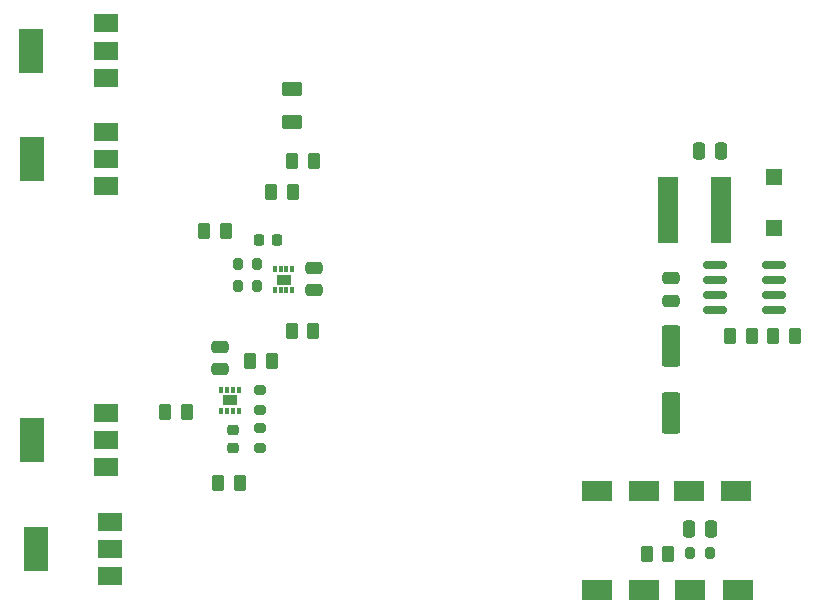
<source format=gtp>
G04 #@! TF.GenerationSoftware,KiCad,Pcbnew,(6.0.1-0)*
G04 #@! TF.CreationDate,2022-07-03T22:05:18+06:00*
G04 #@! TF.ProjectId,Inverter 50W,496e7665-7274-4657-9220-3530572e6b69,rev?*
G04 #@! TF.SameCoordinates,Original*
G04 #@! TF.FileFunction,Paste,Top*
G04 #@! TF.FilePolarity,Positive*
%FSLAX46Y46*%
G04 Gerber Fmt 4.6, Leading zero omitted, Abs format (unit mm)*
G04 Created by KiCad (PCBNEW (6.0.1-0)) date 2022-07-03 22:05:18*
%MOMM*%
%LPD*%
G01*
G04 APERTURE LIST*
G04 Aperture macros list*
%AMRoundRect*
0 Rectangle with rounded corners*
0 $1 Rounding radius*
0 $2 $3 $4 $5 $6 $7 $8 $9 X,Y pos of 4 corners*
0 Add a 4 corners polygon primitive as box body*
4,1,4,$2,$3,$4,$5,$6,$7,$8,$9,$2,$3,0*
0 Add four circle primitives for the rounded corners*
1,1,$1+$1,$2,$3*
1,1,$1+$1,$4,$5*
1,1,$1+$1,$6,$7*
1,1,$1+$1,$8,$9*
0 Add four rect primitives between the rounded corners*
20,1,$1+$1,$2,$3,$4,$5,0*
20,1,$1+$1,$4,$5,$6,$7,0*
20,1,$1+$1,$6,$7,$8,$9,0*
20,1,$1+$1,$8,$9,$2,$3,0*%
G04 Aperture macros list end*
%ADD10RoundRect,0.250000X-0.250000X-0.475000X0.250000X-0.475000X0.250000X0.475000X-0.250000X0.475000X0*%
%ADD11R,2.000000X1.500000*%
%ADD12R,2.000000X3.800000*%
%ADD13RoundRect,0.150000X-0.825000X-0.150000X0.825000X-0.150000X0.825000X0.150000X-0.825000X0.150000X0*%
%ADD14RoundRect,0.250000X0.475000X-0.250000X0.475000X0.250000X-0.475000X0.250000X-0.475000X-0.250000X0*%
%ADD15RoundRect,0.225000X-0.225000X-0.250000X0.225000X-0.250000X0.225000X0.250000X-0.225000X0.250000X0*%
%ADD16RoundRect,0.200000X0.275000X-0.200000X0.275000X0.200000X-0.275000X0.200000X-0.275000X-0.200000X0*%
%ADD17RoundRect,0.250000X0.262500X0.450000X-0.262500X0.450000X-0.262500X-0.450000X0.262500X-0.450000X0*%
%ADD18RoundRect,0.250000X-0.262500X-0.450000X0.262500X-0.450000X0.262500X0.450000X-0.262500X0.450000X0*%
%ADD19RoundRect,0.225000X0.250000X-0.225000X0.250000X0.225000X-0.250000X0.225000X-0.250000X-0.225000X0*%
%ADD20RoundRect,0.200000X-0.200000X-0.275000X0.200000X-0.275000X0.200000X0.275000X-0.200000X0.275000X0*%
%ADD21R,1.480000X1.440000*%
%ADD22RoundRect,0.200000X0.200000X0.275000X-0.200000X0.275000X-0.200000X-0.275000X0.200000X-0.275000X0*%
%ADD23R,0.300000X0.500000*%
%ADD24R,1.300000X0.900000*%
%ADD25R,2.500000X1.800000*%
%ADD26R,1.700000X5.700000*%
%ADD27RoundRect,0.250000X-0.550000X1.500000X-0.550000X-1.500000X0.550000X-1.500000X0.550000X1.500000X0*%
%ADD28RoundRect,0.200000X-0.275000X0.200000X-0.275000X-0.200000X0.275000X-0.200000X0.275000X0.200000X0*%
%ADD29RoundRect,0.250000X-0.625000X0.375000X-0.625000X-0.375000X0.625000X-0.375000X0.625000X0.375000X0*%
%ADD30RoundRect,0.250000X-0.475000X0.250000X-0.475000X-0.250000X0.475000X-0.250000X0.475000X0.250000X0*%
G04 APERTURE END LIST*
D10*
X109150000Y-110300000D03*
X111050000Y-110300000D03*
D11*
X60200000Y-114250000D03*
D12*
X53900000Y-111950000D03*
D11*
X60200000Y-111950000D03*
X60200000Y-109650000D03*
D13*
X111401041Y-87945000D03*
X111401041Y-89215000D03*
X111401041Y-90485000D03*
X111401041Y-91755000D03*
X116351041Y-91755000D03*
X116351041Y-90485000D03*
X116351041Y-89215000D03*
X116351041Y-87945000D03*
D14*
X69500000Y-96750000D03*
X69500000Y-94850000D03*
D15*
X72775000Y-85750000D03*
X74325000Y-85750000D03*
D16*
X72900000Y-103375000D03*
X72900000Y-101725000D03*
D17*
X75612500Y-81750000D03*
X73787500Y-81750000D03*
D18*
X75587500Y-79100000D03*
X77412500Y-79100000D03*
D19*
X70550000Y-103425000D03*
X70550000Y-101875000D03*
D17*
X69962500Y-85000000D03*
X68137500Y-85000000D03*
D20*
X109275000Y-112300000D03*
X110925000Y-112300000D03*
D11*
X59850000Y-105050000D03*
D12*
X53550000Y-102750000D03*
D11*
X59850000Y-102750000D03*
X59850000Y-100450000D03*
D21*
X116376041Y-84752500D03*
X116376041Y-80422500D03*
D22*
X72625000Y-89650000D03*
X70975000Y-89650000D03*
D23*
X74100000Y-90050000D03*
X74600000Y-90050000D03*
X75100000Y-90050000D03*
X75600000Y-90050000D03*
X75600000Y-88250000D03*
X75100000Y-88250000D03*
X74600000Y-88250000D03*
X74100000Y-88250000D03*
D24*
X74850000Y-89150000D03*
D25*
X113300000Y-115400000D03*
X109300000Y-115400000D03*
D22*
X72625000Y-87850000D03*
X70975000Y-87850000D03*
D25*
X105400000Y-107000000D03*
X101400000Y-107000000D03*
D11*
X59850000Y-81250000D03*
D12*
X53550000Y-78950000D03*
D11*
X59850000Y-78950000D03*
X59850000Y-76650000D03*
X59800000Y-72050000D03*
X59800000Y-69750000D03*
D12*
X53500000Y-69750000D03*
D11*
X59800000Y-67450000D03*
D18*
X72037500Y-96050000D03*
X73862500Y-96050000D03*
X105612500Y-112350000D03*
X107437500Y-112350000D03*
D26*
X111926041Y-83250000D03*
X107426041Y-83250000D03*
D18*
X75537500Y-93500000D03*
X77362500Y-93500000D03*
D27*
X107626041Y-94800000D03*
X107626041Y-100400000D03*
D10*
X110020000Y-78250000D03*
X111920000Y-78250000D03*
D28*
X72850000Y-98525000D03*
X72850000Y-100175000D03*
D29*
X75600000Y-73000000D03*
X75600000Y-75800000D03*
D25*
X101357500Y-115400000D03*
X105357500Y-115400000D03*
D17*
X118138541Y-93900000D03*
X116313541Y-93900000D03*
D18*
X64837500Y-100350000D03*
X66662500Y-100350000D03*
X69337500Y-106350000D03*
X71162500Y-106350000D03*
D17*
X114488541Y-93900000D03*
X112663541Y-93900000D03*
D23*
X71050000Y-98450000D03*
X70550000Y-98450000D03*
X70050000Y-98450000D03*
X69550000Y-98450000D03*
X69550000Y-100250000D03*
X70050000Y-100250000D03*
X70550000Y-100250000D03*
X71050000Y-100250000D03*
D24*
X70300000Y-99350000D03*
D14*
X77400000Y-90050000D03*
X77400000Y-88150000D03*
D30*
X107626041Y-89050000D03*
X107626041Y-90950000D03*
D25*
X109200000Y-107000000D03*
X113200000Y-107000000D03*
M02*

</source>
